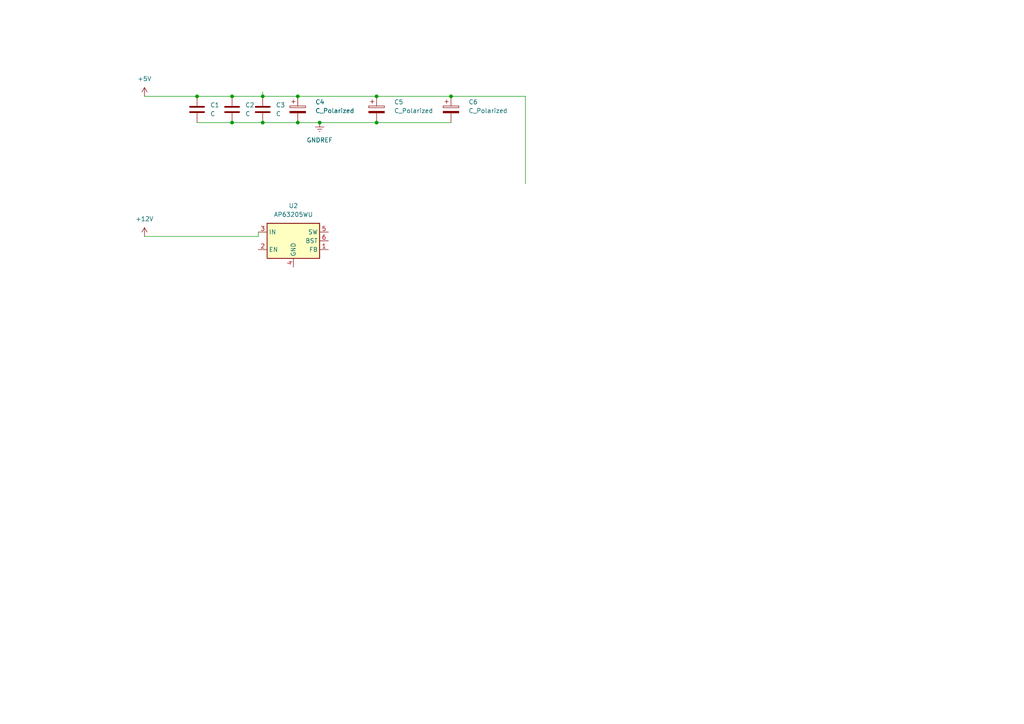
<source format=kicad_sch>
(kicad_sch (version 20230121) (generator eeschema)
  (paper "A4")
  (lib_symbols
    (symbol "Device:C" (pin_numbers hide) (pin_names (offset 0.254))
      (property "Reference" "C" (at 0.635 2.54 0))
      (property "Value" "C" (at 0.635 -2.54 0))
      (symbol "C_0_1"
        (polyline (pts (xy -2.032 -0.762) (xy 2.032 -0.762)) (stroke (width 0.508)))
        (polyline (pts (xy -2.032 0.762) (xy 2.032 0.762)) (stroke (width 0.508)))
      )
      (symbol "C_1_1"
        (pin passive line (at 0 3.81 270) (length 2.794) (name "~") (number "1"))
        (pin passive line (at 0 -3.81 90) (length 2.794) (name "~") (number "2"))
      )
    )
    (symbol "Device:C_Polarized" (pin_numbers hide) (pin_names (offset 0.254))
      (property "Reference" "C" (at 0.635 2.54 0))
      (property "Value" "C_Polarized" (at 0.635 -2.54 0))
      (symbol "C_Polarized_0_1"
        (rectangle (start -2.286 0.508) (end 2.286 1.016))
        (polyline (pts (xy -1.778 2.286) (xy -0.762 2.286)))
        (polyline (pts (xy -1.27 2.794) (xy -1.27 1.778)))
        (rectangle (start 2.286 -0.508) (end -2.286 -1.016) (fill (type outline)))
      )
      (symbol "C_Polarized_1_1"
        (pin passive line (at 0 3.81 270) (length 2.794) (name "~") (number "1"))
        (pin passive line (at 0 -3.81 90) (length 2.794) (name "~") (number "2"))
      )
    )
    (symbol "Regulator_Switching:AP63205WU"
      (property "Reference" "U" (at -7.62 6.35 0))
      (property "Value" "AP63205WU" (at 2.54 6.35 0))
      (symbol "AP63205WU_0_1"
        (rectangle (start -7.62 5.08) (end 7.62 -5.08) (stroke (width 0.254)) (fill (type background)))
      )
      (symbol "AP63205WU_1_1"
        (pin input line (at 10.16 -2.54 180) (length 2.54) (name "FB") (number "1"))
        (pin input line (at -10.16 -2.54 0) (length 2.54) (name "EN") (number "2"))
        (pin power_in line (at -10.16 2.54 0) (length 2.54) (name "IN") (number "3"))
        (pin power_in line (at 0 -7.62 90) (length 2.54) (name "GND") (number "4"))
        (pin output line (at 10.16 2.54 180) (length 2.54) (name "SW") (number "5"))
        (pin passive line (at 10.16 0 180) (length 2.54) (name "BST") (number "6"))
      )
    )
    (symbol "power:+12V" (power) (pin_names (offset 0))
      (property "Value" "+12V" (at 0 3.556 0))
      (symbol "+12V_0_1"
        (polyline (pts (xy -0.762 1.27) (xy 0 2.54)))
        (polyline (pts (xy 0 0) (xy 0 2.54)))
        (polyline (pts (xy 0 2.54) (xy 0.762 1.27)))
      )
      (symbol "+12V_1_1"
        (pin power_in line (at 0 0 90) (length 0) hide (name "+12V") (number "1"))
      )
    )
    (symbol "power:+5V" (power) (pin_names (offset 0))
      (property "Value" "+5V" (at 0 3.556 0))
      (symbol "+5V_0_1"
        (polyline (pts (xy -0.762 1.27) (xy 0 2.54)))
        (polyline (pts (xy 0 0) (xy 0 2.54)))
        (polyline (pts (xy 0 2.54) (xy 0.762 1.27)))
      )
      (symbol "+5V_1_1"
        (pin power_in line (at 0 0 90) (length 0) hide (name "+5V") (number "1"))
      )
    )
    (symbol "power:GNDREF" (power) (pin_names (offset 0))
      (property "Value" "GNDREF" (at 0 -3.81 0))
      (symbol "GNDREF_0_1"
        (polyline (pts (xy -0.635 -1.905) (xy 0.635 -1.905)))
        (polyline (pts (xy -0.127 -2.54) (xy 0.127 -2.54)))
        (polyline (pts (xy 0 -1.27) (xy 0 0)))
        (polyline (pts (xy 1.27 -1.27) (xy -1.27 -1.27)))
      )
      (symbol "GNDREF_1_1"
        (pin power_in line (at 0 0 270) (length 0) hide (name "GNDREF") (number "1"))
      )
    )
  )
  (junction (at 86.36 35.56))
  (junction (at 76.2 35.56))
  (junction (at 130.81 27.94))
  (junction (at 86.36 27.94))
  (junction (at 92.71 35.56))
  (junction (at 67.31 35.56))
  (junction (at 76.2 27.94))
  (junction (at 109.22 35.56))
  (junction (at 57.15 27.94))
  (junction (at 109.22 27.94))
  (junction (at 67.31 27.94))
  (wire (pts (xy 57.15 27.94) (xy 67.31 27.94)))
  (wire (pts (xy 76.2 27.94) (xy 86.36 27.94)))
  (wire (pts (xy 130.81 27.94) (xy 152.4 27.94)))
  (wire (pts (xy 109.22 27.94) (xy 130.81 27.94)))
  (wire (pts (xy 109.22 35.56) (xy 130.81 35.56)))
  (wire (pts (xy 74.93 67.31) (xy 74.93 68.58)))
  (wire (pts (xy 67.31 35.56) (xy 76.2 35.56)))
  (wire (pts (xy 92.71 35.56) (xy 109.22 35.56)))
  (wire (pts (xy 67.31 27.94) (xy 76.2 27.94)))
  (wire (pts (xy 41.91 27.94) (xy 57.15 27.94)))
  (wire (pts (xy 152.4 27.94) (xy 152.4 53.34)))
  (wire (pts (xy 76.2 26.67) (xy 76.2 27.94)))
  (wire (pts (xy 41.91 68.58) (xy 74.93 68.58)))
  (wire (pts (xy 76.2 35.56) (xy 86.36 35.56)))
  (wire (pts (xy 86.36 35.56) (xy 92.71 35.56)))
  (wire (pts (xy 86.36 27.94) (xy 109.22 27.94)))
  (wire (pts (xy 57.15 35.56) (xy 67.31 35.56)))
  (symbol (lib_id "Regulator_Switching:AP63205WU") (at 85.09 69.85 0) (unit 1)
    (property "Reference" "U2" (at 85.09 59.69 0))
    (property "Value" "AP63205WU" (at 85.09 62.23 0))
    (property "Footprint" "Package_TO_SOT_SMD:TSOT-23-6" (effects hide))
    (property "Datasheet" "https://www.diodes.com/assets/Datasheets/AP63200-AP63201-AP63203-AP63205.pdf" (effects hide))
  )
  (symbol (lib_id "power:GNDREF") (at 92.71 35.56 0) (unit 1)
    (property "Reference" "#PWR03" (effects hide))
    (property "Value" "GNDREF" (at 92.71 40.64 0))
  )
  (symbol (lib_id "power:+5V") (at 41.91 27.94 0) (unit 1)
    (property "Reference" "#PWR01" (effects hide))
    (property "Value" "+5V" (at 41.91 22.86 0))
  )
  (symbol (lib_id "Device:C") (at 67.31 31.75 0) (unit 1)
    (property "Reference" "C2" (at 71.12 30.48 0) (effects (justify left)))
    (property "Value" "C" (at 71.12 33.02 0) (effects (justify left)))
  )
  (symbol (lib_id "Device:C") (at 76.2 31.75 0) (unit 1)
    (property "Reference" "C3" (at 80.01 30.48 0) (effects (justify left)))
    (property "Value" "C" (at 80.01 33.02 0) (effects (justify left)))
  )
  (symbol (lib_id "Device:C_Polarized") (at 86.36 31.75 0) (unit 1)
    (property "Reference" "C4" (at 91.44 29.591 0) (effects (justify left)))
    (property "Value" "C_Polarized" (at 91.44 32.131 0) (effects (justify left)))
  )
  (symbol (lib_id "Device:C") (at 57.15 31.75 0) (unit 1)
    (property "Reference" "C1" (at 60.96 30.48 0) (effects (justify left)))
    (property "Value" "C" (at 60.96 33.02 0) (effects (justify left)))
  )
  (symbol (lib_id "Device:C_Polarized") (at 109.22 31.75 0) (unit 1)
    (property "Reference" "C5" (at 114.3 29.591 0) (effects (justify left)))
    (property "Value" "C_Polarized" (at 114.3 32.131 0) (effects (justify left)))
  )
  (symbol (lib_id "power:+12V") (at 41.91 68.58 0) (unit 1)
    (property "Reference" "#PWR02" (effects hide))
    (property "Value" "+12V" (at 41.91 63.5 0))
  )
  (symbol (lib_id "Device:C_Polarized") (at 130.81 31.75 0) (unit 1)
    (property "Reference" "C6" (at 135.89 29.591 0) (effects (justify left)))
    (property "Value" "C_Polarized" (at 135.89 32.131 0) (effects (justify left)))
  )
)
</source>
